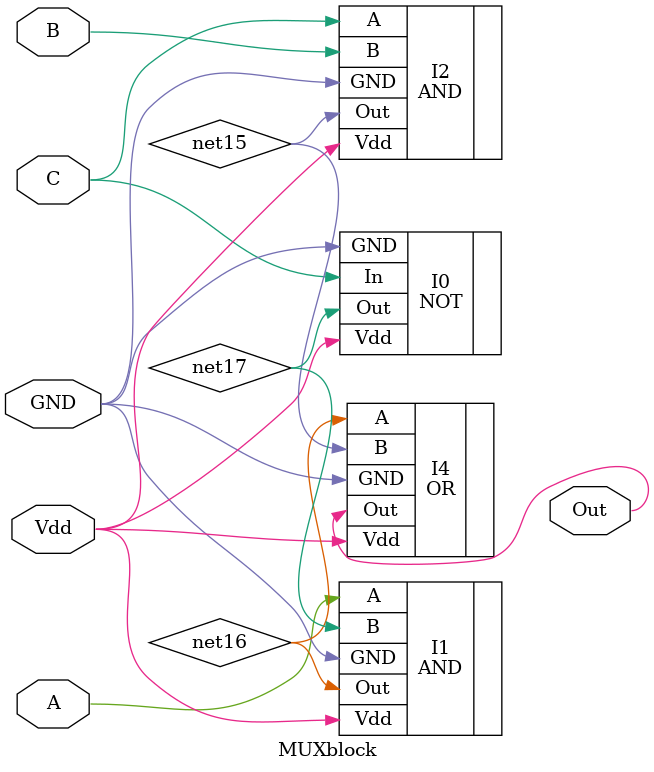
<source format=v>

module MUXblock (
A,B,C,Vdd,GND,Out );
input  A;
input  B;
input  C;
input  Vdd;
input  GND;
output  Out;
wire net17;
wire Vdd;
wire net16;
wire C;
wire net15;
wire A;
wire B;
wire GND;
wire Out;

NOT    
 I0  ( .Vdd( Vdd ), .In( C ), .GND( GND ), .Out( net17 ) );

AND    
 I2  ( .Vdd( Vdd ), .A( C ), .GND( GND ), .B( B ), .Out( net15 ) );

AND    
 I1  ( .Vdd( Vdd ), .A( A ), .GND( GND ), .B( net17 ), .Out( net16 ) );

OR    
 I4  ( .Vdd( Vdd ), .A( net16 ), .GND( GND ), .B( net15 ), .Out( Out ) );

endmodule


</source>
